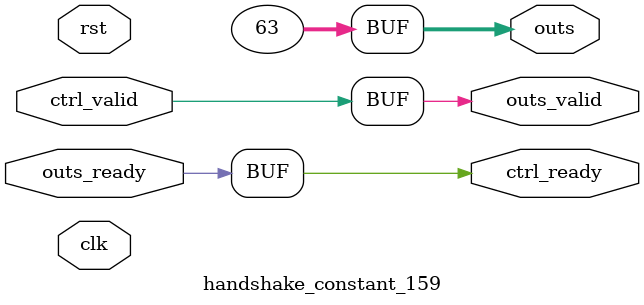
<source format=v>
`timescale 1ns / 1ps
module handshake_constant_159 #(
  parameter DATA_WIDTH = 32  // Default set to 32 bits
) (
  input                       clk,
  input                       rst,
  // Input Channel
  input                       ctrl_valid,
  output                      ctrl_ready,
  // Output Channel
  output [DATA_WIDTH - 1 : 0] outs,
  output                      outs_valid,
  input                       outs_ready
);
  assign outs       = 7'b0111111;
  assign outs_valid = ctrl_valid;
  assign ctrl_ready = outs_ready;

endmodule

</source>
